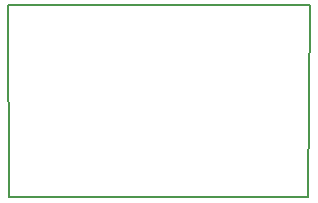
<source format=gbr>
G04 DipTrace 3.0.0.2*
G04 BoardOutline.gbr*
%MOIN*%
G04 #@! TF.FileFunction,Profile*
G04 #@! TF.Part,Single*
%ADD11C,0.005512*%
%FSLAX26Y26*%
G04*
G70*
G90*
G75*
G01*
G04 BoardOutline*
%LPD*%
X394016Y1034003D2*
D11*
X1400160D1*
X1393911Y396570D1*
X395278Y394016D1*
X394016Y1034003D1*
M02*

</source>
